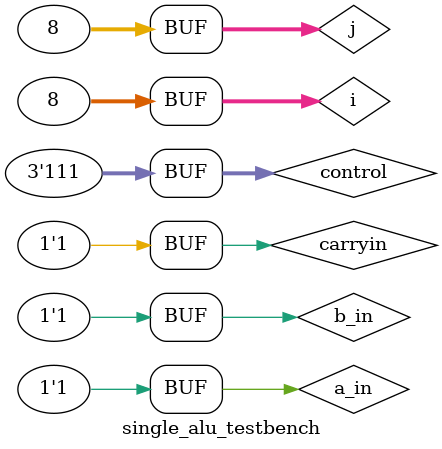
<source format=sv>
module single_alu(out, carryout, carryin, a_in, b_in, control);
	output logic out, carryout;
	input logic carryin, a_in, b_in;
	input logic [2:0] control;
	logic [7:0] mux_in;
	logic b_mod;
	
	mux2_1 add_subtr_control (.out(b_mod), .i0(b_in), .i1(~b_in), .sel(control[0]));
	add_subtr_unit ad_sub_unit(.out(mux_in[2]), .carryout, .carryin, .a_in, .b_in(b_mod)); 
	
	assign mux_in[3] = mux_in[2];
	assign mux_in[0] = b_in;
	and ab_and (mux_in[4], a_in, b_in);
	or ab_or (mux_in[5], a_in, b_in);
	xor ab_xor (mux_in[6], a_in, b_in);
		
	mux8_1 alu_connect (.out, .in(mux_in), .control);	
endmodule

module single_alu_testbench();
	logic out,carryout;
	logic carryin, a_in, b_in;
	logic [2:0] control;
	
	single_alu dut (.out,.carryout, .carryin, .a_in, .b_in, .control);	
	
	integer i, j;
	initial begin 
	for (j = 0; j < 8; j++) begin
		control = j; #100;
		for (i = 0; i < 8; i++) begin
			{a_in,b_in,carryin} = i; #100;
		end
	end		
	end	
endmodule
</source>
